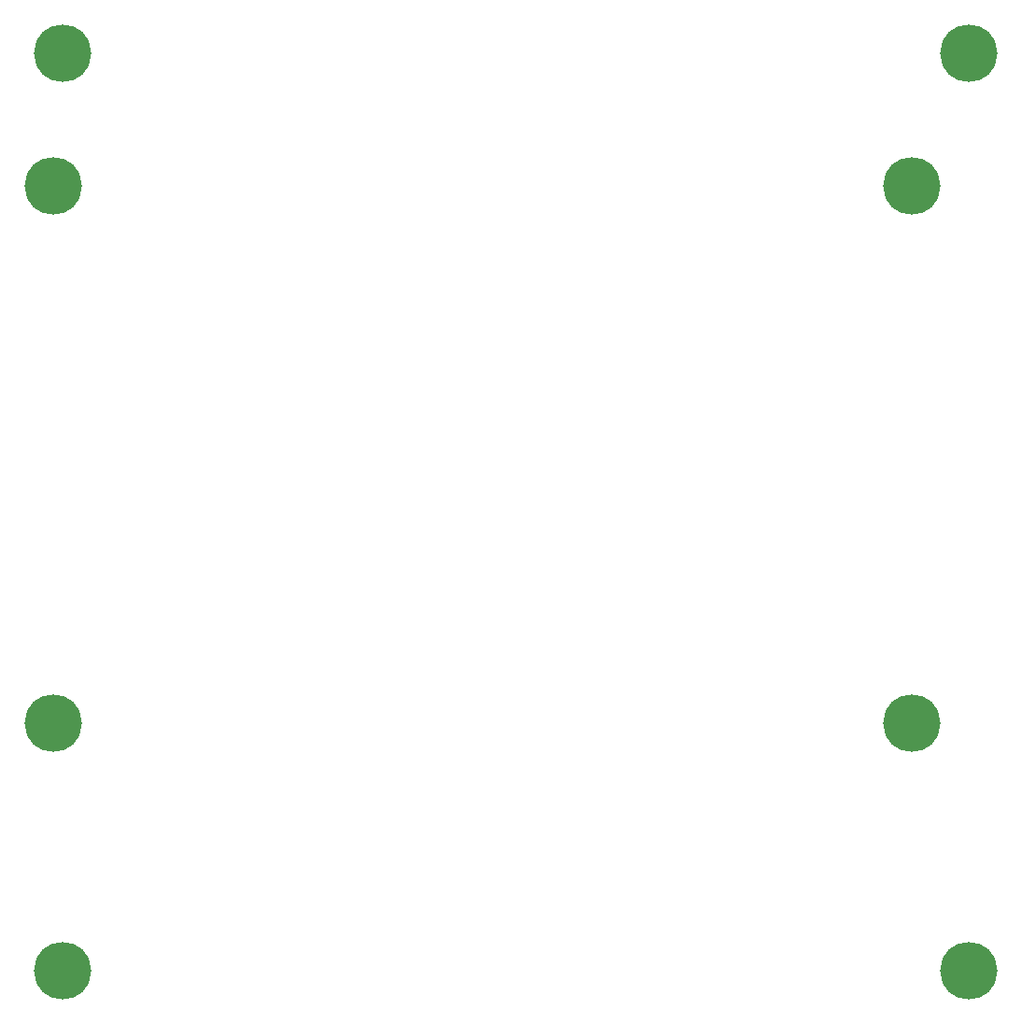
<source format=gbs>
G04 Layer: BottomSolderMaskLayer*
G04 EasyEDA v6.5.29, 2023-07-16 15:11:24*
G04 4815ca597486458abc7986fe6b47f49f,5a6b42c53f6a479593ecc07194224c93,10*
G04 Gerber Generator version 0.2*
G04 Scale: 100 percent, Rotated: No, Reflected: No *
G04 Dimensions in millimeters *
G04 leading zeros omitted , absolute positions ,4 integer and 5 decimal *
%FSLAX45Y45*%
%MOMM*%

%ADD10C,5.2032*%

%LPD*%
D10*
G01*
X469900Y2540000D03*
G01*
X8686800Y2540000D03*
G01*
X469900Y10858500D03*
G01*
X8686800Y10858500D03*
G01*
X386105Y4782007D03*
G01*
X8166100Y4782007D03*
G01*
X386105Y9652000D03*
G01*
X8166100Y9652000D03*
M02*

</source>
